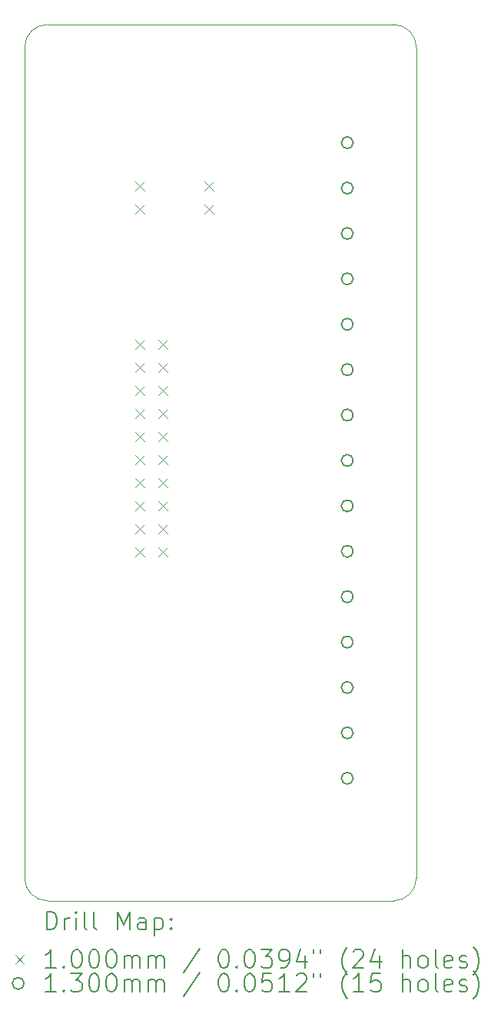
<source format=gbr>
%TF.GenerationSoftware,KiCad,Pcbnew,7.0.2*%
%TF.CreationDate,2023-04-24T21:00:11-04:00*%
%TF.ProjectId,JTAG_Terminal_Block,4a544147-5f54-4657-926d-696e616c5f42,rev?*%
%TF.SameCoordinates,Original*%
%TF.FileFunction,Drillmap*%
%TF.FilePolarity,Positive*%
%FSLAX45Y45*%
G04 Gerber Fmt 4.5, Leading zero omitted, Abs format (unit mm)*
G04 Created by KiCad (PCBNEW 7.0.2) date 2023-04-24 21:00:11*
%MOMM*%
%LPD*%
G01*
G04 APERTURE LIST*
%ADD10C,0.100000*%
%ADD11C,0.200000*%
%ADD12C,0.130000*%
G04 APERTURE END LIST*
D10*
X17526000Y-12700000D02*
G75*
G03*
X17780000Y-12446000I0J254000D01*
G01*
X13462000Y-12446000D02*
G75*
G03*
X13716000Y-12700000I254000J0D01*
G01*
X17780000Y-3302000D02*
G75*
G03*
X17526000Y-3048000I-254000J0D01*
G01*
X13716000Y-3048000D02*
G75*
G03*
X13462000Y-3302000I0J-254000D01*
G01*
X17780000Y-12446000D02*
X17780000Y-3302000D01*
X13716000Y-12700000D02*
X17526000Y-12700000D01*
X13462000Y-3302000D02*
X13462000Y-12446000D01*
X17526000Y-3048000D02*
X13716000Y-3048000D01*
D11*
D10*
X14682000Y-4776000D02*
X14782000Y-4876000D01*
X14782000Y-4776000D02*
X14682000Y-4876000D01*
X14682000Y-5030000D02*
X14782000Y-5130000D01*
X14782000Y-5030000D02*
X14682000Y-5130000D01*
X14682000Y-6522000D02*
X14782000Y-6622000D01*
X14782000Y-6522000D02*
X14682000Y-6622000D01*
X14682000Y-6776000D02*
X14782000Y-6876000D01*
X14782000Y-6776000D02*
X14682000Y-6876000D01*
X14682000Y-7030000D02*
X14782000Y-7130000D01*
X14782000Y-7030000D02*
X14682000Y-7130000D01*
X14682000Y-7284000D02*
X14782000Y-7384000D01*
X14782000Y-7284000D02*
X14682000Y-7384000D01*
X14682000Y-7538000D02*
X14782000Y-7638000D01*
X14782000Y-7538000D02*
X14682000Y-7638000D01*
X14682000Y-7792000D02*
X14782000Y-7892000D01*
X14782000Y-7792000D02*
X14682000Y-7892000D01*
X14682000Y-8046000D02*
X14782000Y-8146000D01*
X14782000Y-8046000D02*
X14682000Y-8146000D01*
X14682000Y-8300000D02*
X14782000Y-8400000D01*
X14782000Y-8300000D02*
X14682000Y-8400000D01*
X14682000Y-8554000D02*
X14782000Y-8654000D01*
X14782000Y-8554000D02*
X14682000Y-8654000D01*
X14682000Y-8808000D02*
X14782000Y-8908000D01*
X14782000Y-8808000D02*
X14682000Y-8908000D01*
X14936000Y-6522000D02*
X15036000Y-6622000D01*
X15036000Y-6522000D02*
X14936000Y-6622000D01*
X14936000Y-6776000D02*
X15036000Y-6876000D01*
X15036000Y-6776000D02*
X14936000Y-6876000D01*
X14936000Y-7030000D02*
X15036000Y-7130000D01*
X15036000Y-7030000D02*
X14936000Y-7130000D01*
X14936000Y-7284000D02*
X15036000Y-7384000D01*
X15036000Y-7284000D02*
X14936000Y-7384000D01*
X14936000Y-7538000D02*
X15036000Y-7638000D01*
X15036000Y-7538000D02*
X14936000Y-7638000D01*
X14936000Y-7792000D02*
X15036000Y-7892000D01*
X15036000Y-7792000D02*
X14936000Y-7892000D01*
X14936000Y-8046000D02*
X15036000Y-8146000D01*
X15036000Y-8046000D02*
X14936000Y-8146000D01*
X14936000Y-8300000D02*
X15036000Y-8400000D01*
X15036000Y-8300000D02*
X14936000Y-8400000D01*
X14936000Y-8554000D02*
X15036000Y-8654000D01*
X15036000Y-8554000D02*
X14936000Y-8654000D01*
X14936000Y-8808000D02*
X15036000Y-8908000D01*
X15036000Y-8808000D02*
X14936000Y-8908000D01*
X15444000Y-4776000D02*
X15544000Y-4876000D01*
X15544000Y-4776000D02*
X15444000Y-4876000D01*
X15444000Y-5030000D02*
X15544000Y-5130000D01*
X15544000Y-5030000D02*
X15444000Y-5130000D01*
D12*
X17083000Y-4350000D02*
G75*
G03*
X17083000Y-4350000I-65000J0D01*
G01*
X17083000Y-4850000D02*
G75*
G03*
X17083000Y-4850000I-65000J0D01*
G01*
X17083000Y-5350000D02*
G75*
G03*
X17083000Y-5350000I-65000J0D01*
G01*
X17083000Y-5850000D02*
G75*
G03*
X17083000Y-5850000I-65000J0D01*
G01*
X17083000Y-6350000D02*
G75*
G03*
X17083000Y-6350000I-65000J0D01*
G01*
X17083000Y-6850000D02*
G75*
G03*
X17083000Y-6850000I-65000J0D01*
G01*
X17083000Y-7350000D02*
G75*
G03*
X17083000Y-7350000I-65000J0D01*
G01*
X17083000Y-7850000D02*
G75*
G03*
X17083000Y-7850000I-65000J0D01*
G01*
X17083000Y-8350000D02*
G75*
G03*
X17083000Y-8350000I-65000J0D01*
G01*
X17083000Y-8850000D02*
G75*
G03*
X17083000Y-8850000I-65000J0D01*
G01*
X17083000Y-9350000D02*
G75*
G03*
X17083000Y-9350000I-65000J0D01*
G01*
X17083000Y-9850000D02*
G75*
G03*
X17083000Y-9850000I-65000J0D01*
G01*
X17083000Y-10350000D02*
G75*
G03*
X17083000Y-10350000I-65000J0D01*
G01*
X17083000Y-10850000D02*
G75*
G03*
X17083000Y-10850000I-65000J0D01*
G01*
X17083000Y-11350000D02*
G75*
G03*
X17083000Y-11350000I-65000J0D01*
G01*
D11*
X13704619Y-13017524D02*
X13704619Y-12817524D01*
X13704619Y-12817524D02*
X13752238Y-12817524D01*
X13752238Y-12817524D02*
X13780809Y-12827048D01*
X13780809Y-12827048D02*
X13799857Y-12846095D01*
X13799857Y-12846095D02*
X13809381Y-12865143D01*
X13809381Y-12865143D02*
X13818905Y-12903238D01*
X13818905Y-12903238D02*
X13818905Y-12931809D01*
X13818905Y-12931809D02*
X13809381Y-12969905D01*
X13809381Y-12969905D02*
X13799857Y-12988952D01*
X13799857Y-12988952D02*
X13780809Y-13008000D01*
X13780809Y-13008000D02*
X13752238Y-13017524D01*
X13752238Y-13017524D02*
X13704619Y-13017524D01*
X13904619Y-13017524D02*
X13904619Y-12884190D01*
X13904619Y-12922286D02*
X13914143Y-12903238D01*
X13914143Y-12903238D02*
X13923667Y-12893714D01*
X13923667Y-12893714D02*
X13942714Y-12884190D01*
X13942714Y-12884190D02*
X13961762Y-12884190D01*
X14028428Y-13017524D02*
X14028428Y-12884190D01*
X14028428Y-12817524D02*
X14018905Y-12827048D01*
X14018905Y-12827048D02*
X14028428Y-12836571D01*
X14028428Y-12836571D02*
X14037952Y-12827048D01*
X14037952Y-12827048D02*
X14028428Y-12817524D01*
X14028428Y-12817524D02*
X14028428Y-12836571D01*
X14152238Y-13017524D02*
X14133190Y-13008000D01*
X14133190Y-13008000D02*
X14123667Y-12988952D01*
X14123667Y-12988952D02*
X14123667Y-12817524D01*
X14257000Y-13017524D02*
X14237952Y-13008000D01*
X14237952Y-13008000D02*
X14228428Y-12988952D01*
X14228428Y-12988952D02*
X14228428Y-12817524D01*
X14485571Y-13017524D02*
X14485571Y-12817524D01*
X14485571Y-12817524D02*
X14552238Y-12960381D01*
X14552238Y-12960381D02*
X14618905Y-12817524D01*
X14618905Y-12817524D02*
X14618905Y-13017524D01*
X14799857Y-13017524D02*
X14799857Y-12912762D01*
X14799857Y-12912762D02*
X14790333Y-12893714D01*
X14790333Y-12893714D02*
X14771286Y-12884190D01*
X14771286Y-12884190D02*
X14733190Y-12884190D01*
X14733190Y-12884190D02*
X14714143Y-12893714D01*
X14799857Y-13008000D02*
X14780809Y-13017524D01*
X14780809Y-13017524D02*
X14733190Y-13017524D01*
X14733190Y-13017524D02*
X14714143Y-13008000D01*
X14714143Y-13008000D02*
X14704619Y-12988952D01*
X14704619Y-12988952D02*
X14704619Y-12969905D01*
X14704619Y-12969905D02*
X14714143Y-12950857D01*
X14714143Y-12950857D02*
X14733190Y-12941333D01*
X14733190Y-12941333D02*
X14780809Y-12941333D01*
X14780809Y-12941333D02*
X14799857Y-12931809D01*
X14895095Y-12884190D02*
X14895095Y-13084190D01*
X14895095Y-12893714D02*
X14914143Y-12884190D01*
X14914143Y-12884190D02*
X14952238Y-12884190D01*
X14952238Y-12884190D02*
X14971286Y-12893714D01*
X14971286Y-12893714D02*
X14980809Y-12903238D01*
X14980809Y-12903238D02*
X14990333Y-12922286D01*
X14990333Y-12922286D02*
X14990333Y-12979428D01*
X14990333Y-12979428D02*
X14980809Y-12998476D01*
X14980809Y-12998476D02*
X14971286Y-13008000D01*
X14971286Y-13008000D02*
X14952238Y-13017524D01*
X14952238Y-13017524D02*
X14914143Y-13017524D01*
X14914143Y-13017524D02*
X14895095Y-13008000D01*
X15076048Y-12998476D02*
X15085571Y-13008000D01*
X15085571Y-13008000D02*
X15076048Y-13017524D01*
X15076048Y-13017524D02*
X15066524Y-13008000D01*
X15066524Y-13008000D02*
X15076048Y-12998476D01*
X15076048Y-12998476D02*
X15076048Y-13017524D01*
X15076048Y-12893714D02*
X15085571Y-12903238D01*
X15085571Y-12903238D02*
X15076048Y-12912762D01*
X15076048Y-12912762D02*
X15066524Y-12903238D01*
X15066524Y-12903238D02*
X15076048Y-12893714D01*
X15076048Y-12893714D02*
X15076048Y-12912762D01*
D10*
X13357000Y-13295000D02*
X13457000Y-13395000D01*
X13457000Y-13295000D02*
X13357000Y-13395000D01*
D11*
X13809381Y-13437524D02*
X13695095Y-13437524D01*
X13752238Y-13437524D02*
X13752238Y-13237524D01*
X13752238Y-13237524D02*
X13733190Y-13266095D01*
X13733190Y-13266095D02*
X13714143Y-13285143D01*
X13714143Y-13285143D02*
X13695095Y-13294667D01*
X13895095Y-13418476D02*
X13904619Y-13428000D01*
X13904619Y-13428000D02*
X13895095Y-13437524D01*
X13895095Y-13437524D02*
X13885571Y-13428000D01*
X13885571Y-13428000D02*
X13895095Y-13418476D01*
X13895095Y-13418476D02*
X13895095Y-13437524D01*
X14028428Y-13237524D02*
X14047476Y-13237524D01*
X14047476Y-13237524D02*
X14066524Y-13247048D01*
X14066524Y-13247048D02*
X14076048Y-13256571D01*
X14076048Y-13256571D02*
X14085571Y-13275619D01*
X14085571Y-13275619D02*
X14095095Y-13313714D01*
X14095095Y-13313714D02*
X14095095Y-13361333D01*
X14095095Y-13361333D02*
X14085571Y-13399428D01*
X14085571Y-13399428D02*
X14076048Y-13418476D01*
X14076048Y-13418476D02*
X14066524Y-13428000D01*
X14066524Y-13428000D02*
X14047476Y-13437524D01*
X14047476Y-13437524D02*
X14028428Y-13437524D01*
X14028428Y-13437524D02*
X14009381Y-13428000D01*
X14009381Y-13428000D02*
X13999857Y-13418476D01*
X13999857Y-13418476D02*
X13990333Y-13399428D01*
X13990333Y-13399428D02*
X13980809Y-13361333D01*
X13980809Y-13361333D02*
X13980809Y-13313714D01*
X13980809Y-13313714D02*
X13990333Y-13275619D01*
X13990333Y-13275619D02*
X13999857Y-13256571D01*
X13999857Y-13256571D02*
X14009381Y-13247048D01*
X14009381Y-13247048D02*
X14028428Y-13237524D01*
X14218905Y-13237524D02*
X14237952Y-13237524D01*
X14237952Y-13237524D02*
X14257000Y-13247048D01*
X14257000Y-13247048D02*
X14266524Y-13256571D01*
X14266524Y-13256571D02*
X14276048Y-13275619D01*
X14276048Y-13275619D02*
X14285571Y-13313714D01*
X14285571Y-13313714D02*
X14285571Y-13361333D01*
X14285571Y-13361333D02*
X14276048Y-13399428D01*
X14276048Y-13399428D02*
X14266524Y-13418476D01*
X14266524Y-13418476D02*
X14257000Y-13428000D01*
X14257000Y-13428000D02*
X14237952Y-13437524D01*
X14237952Y-13437524D02*
X14218905Y-13437524D01*
X14218905Y-13437524D02*
X14199857Y-13428000D01*
X14199857Y-13428000D02*
X14190333Y-13418476D01*
X14190333Y-13418476D02*
X14180809Y-13399428D01*
X14180809Y-13399428D02*
X14171286Y-13361333D01*
X14171286Y-13361333D02*
X14171286Y-13313714D01*
X14171286Y-13313714D02*
X14180809Y-13275619D01*
X14180809Y-13275619D02*
X14190333Y-13256571D01*
X14190333Y-13256571D02*
X14199857Y-13247048D01*
X14199857Y-13247048D02*
X14218905Y-13237524D01*
X14409381Y-13237524D02*
X14428429Y-13237524D01*
X14428429Y-13237524D02*
X14447476Y-13247048D01*
X14447476Y-13247048D02*
X14457000Y-13256571D01*
X14457000Y-13256571D02*
X14466524Y-13275619D01*
X14466524Y-13275619D02*
X14476048Y-13313714D01*
X14476048Y-13313714D02*
X14476048Y-13361333D01*
X14476048Y-13361333D02*
X14466524Y-13399428D01*
X14466524Y-13399428D02*
X14457000Y-13418476D01*
X14457000Y-13418476D02*
X14447476Y-13428000D01*
X14447476Y-13428000D02*
X14428429Y-13437524D01*
X14428429Y-13437524D02*
X14409381Y-13437524D01*
X14409381Y-13437524D02*
X14390333Y-13428000D01*
X14390333Y-13428000D02*
X14380809Y-13418476D01*
X14380809Y-13418476D02*
X14371286Y-13399428D01*
X14371286Y-13399428D02*
X14361762Y-13361333D01*
X14361762Y-13361333D02*
X14361762Y-13313714D01*
X14361762Y-13313714D02*
X14371286Y-13275619D01*
X14371286Y-13275619D02*
X14380809Y-13256571D01*
X14380809Y-13256571D02*
X14390333Y-13247048D01*
X14390333Y-13247048D02*
X14409381Y-13237524D01*
X14561762Y-13437524D02*
X14561762Y-13304190D01*
X14561762Y-13323238D02*
X14571286Y-13313714D01*
X14571286Y-13313714D02*
X14590333Y-13304190D01*
X14590333Y-13304190D02*
X14618905Y-13304190D01*
X14618905Y-13304190D02*
X14637952Y-13313714D01*
X14637952Y-13313714D02*
X14647476Y-13332762D01*
X14647476Y-13332762D02*
X14647476Y-13437524D01*
X14647476Y-13332762D02*
X14657000Y-13313714D01*
X14657000Y-13313714D02*
X14676048Y-13304190D01*
X14676048Y-13304190D02*
X14704619Y-13304190D01*
X14704619Y-13304190D02*
X14723667Y-13313714D01*
X14723667Y-13313714D02*
X14733190Y-13332762D01*
X14733190Y-13332762D02*
X14733190Y-13437524D01*
X14828429Y-13437524D02*
X14828429Y-13304190D01*
X14828429Y-13323238D02*
X14837952Y-13313714D01*
X14837952Y-13313714D02*
X14857000Y-13304190D01*
X14857000Y-13304190D02*
X14885571Y-13304190D01*
X14885571Y-13304190D02*
X14904619Y-13313714D01*
X14904619Y-13313714D02*
X14914143Y-13332762D01*
X14914143Y-13332762D02*
X14914143Y-13437524D01*
X14914143Y-13332762D02*
X14923667Y-13313714D01*
X14923667Y-13313714D02*
X14942714Y-13304190D01*
X14942714Y-13304190D02*
X14971286Y-13304190D01*
X14971286Y-13304190D02*
X14990333Y-13313714D01*
X14990333Y-13313714D02*
X14999857Y-13332762D01*
X14999857Y-13332762D02*
X14999857Y-13437524D01*
X15390333Y-13228000D02*
X15218905Y-13485143D01*
X15647476Y-13237524D02*
X15666524Y-13237524D01*
X15666524Y-13237524D02*
X15685572Y-13247048D01*
X15685572Y-13247048D02*
X15695095Y-13256571D01*
X15695095Y-13256571D02*
X15704619Y-13275619D01*
X15704619Y-13275619D02*
X15714143Y-13313714D01*
X15714143Y-13313714D02*
X15714143Y-13361333D01*
X15714143Y-13361333D02*
X15704619Y-13399428D01*
X15704619Y-13399428D02*
X15695095Y-13418476D01*
X15695095Y-13418476D02*
X15685572Y-13428000D01*
X15685572Y-13428000D02*
X15666524Y-13437524D01*
X15666524Y-13437524D02*
X15647476Y-13437524D01*
X15647476Y-13437524D02*
X15628429Y-13428000D01*
X15628429Y-13428000D02*
X15618905Y-13418476D01*
X15618905Y-13418476D02*
X15609381Y-13399428D01*
X15609381Y-13399428D02*
X15599857Y-13361333D01*
X15599857Y-13361333D02*
X15599857Y-13313714D01*
X15599857Y-13313714D02*
X15609381Y-13275619D01*
X15609381Y-13275619D02*
X15618905Y-13256571D01*
X15618905Y-13256571D02*
X15628429Y-13247048D01*
X15628429Y-13247048D02*
X15647476Y-13237524D01*
X15799857Y-13418476D02*
X15809381Y-13428000D01*
X15809381Y-13428000D02*
X15799857Y-13437524D01*
X15799857Y-13437524D02*
X15790333Y-13428000D01*
X15790333Y-13428000D02*
X15799857Y-13418476D01*
X15799857Y-13418476D02*
X15799857Y-13437524D01*
X15933191Y-13237524D02*
X15952238Y-13237524D01*
X15952238Y-13237524D02*
X15971286Y-13247048D01*
X15971286Y-13247048D02*
X15980810Y-13256571D01*
X15980810Y-13256571D02*
X15990333Y-13275619D01*
X15990333Y-13275619D02*
X15999857Y-13313714D01*
X15999857Y-13313714D02*
X15999857Y-13361333D01*
X15999857Y-13361333D02*
X15990333Y-13399428D01*
X15990333Y-13399428D02*
X15980810Y-13418476D01*
X15980810Y-13418476D02*
X15971286Y-13428000D01*
X15971286Y-13428000D02*
X15952238Y-13437524D01*
X15952238Y-13437524D02*
X15933191Y-13437524D01*
X15933191Y-13437524D02*
X15914143Y-13428000D01*
X15914143Y-13428000D02*
X15904619Y-13418476D01*
X15904619Y-13418476D02*
X15895095Y-13399428D01*
X15895095Y-13399428D02*
X15885572Y-13361333D01*
X15885572Y-13361333D02*
X15885572Y-13313714D01*
X15885572Y-13313714D02*
X15895095Y-13275619D01*
X15895095Y-13275619D02*
X15904619Y-13256571D01*
X15904619Y-13256571D02*
X15914143Y-13247048D01*
X15914143Y-13247048D02*
X15933191Y-13237524D01*
X16066524Y-13237524D02*
X16190333Y-13237524D01*
X16190333Y-13237524D02*
X16123667Y-13313714D01*
X16123667Y-13313714D02*
X16152238Y-13313714D01*
X16152238Y-13313714D02*
X16171286Y-13323238D01*
X16171286Y-13323238D02*
X16180810Y-13332762D01*
X16180810Y-13332762D02*
X16190333Y-13351809D01*
X16190333Y-13351809D02*
X16190333Y-13399428D01*
X16190333Y-13399428D02*
X16180810Y-13418476D01*
X16180810Y-13418476D02*
X16171286Y-13428000D01*
X16171286Y-13428000D02*
X16152238Y-13437524D01*
X16152238Y-13437524D02*
X16095095Y-13437524D01*
X16095095Y-13437524D02*
X16076048Y-13428000D01*
X16076048Y-13428000D02*
X16066524Y-13418476D01*
X16285572Y-13437524D02*
X16323667Y-13437524D01*
X16323667Y-13437524D02*
X16342714Y-13428000D01*
X16342714Y-13428000D02*
X16352238Y-13418476D01*
X16352238Y-13418476D02*
X16371286Y-13389905D01*
X16371286Y-13389905D02*
X16380810Y-13351809D01*
X16380810Y-13351809D02*
X16380810Y-13275619D01*
X16380810Y-13275619D02*
X16371286Y-13256571D01*
X16371286Y-13256571D02*
X16361762Y-13247048D01*
X16361762Y-13247048D02*
X16342714Y-13237524D01*
X16342714Y-13237524D02*
X16304619Y-13237524D01*
X16304619Y-13237524D02*
X16285572Y-13247048D01*
X16285572Y-13247048D02*
X16276048Y-13256571D01*
X16276048Y-13256571D02*
X16266524Y-13275619D01*
X16266524Y-13275619D02*
X16266524Y-13323238D01*
X16266524Y-13323238D02*
X16276048Y-13342286D01*
X16276048Y-13342286D02*
X16285572Y-13351809D01*
X16285572Y-13351809D02*
X16304619Y-13361333D01*
X16304619Y-13361333D02*
X16342714Y-13361333D01*
X16342714Y-13361333D02*
X16361762Y-13351809D01*
X16361762Y-13351809D02*
X16371286Y-13342286D01*
X16371286Y-13342286D02*
X16380810Y-13323238D01*
X16552238Y-13304190D02*
X16552238Y-13437524D01*
X16504619Y-13228000D02*
X16457000Y-13370857D01*
X16457000Y-13370857D02*
X16580810Y-13370857D01*
X16647476Y-13237524D02*
X16647476Y-13275619D01*
X16723667Y-13237524D02*
X16723667Y-13275619D01*
X17018905Y-13513714D02*
X17009381Y-13504190D01*
X17009381Y-13504190D02*
X16990334Y-13475619D01*
X16990334Y-13475619D02*
X16980810Y-13456571D01*
X16980810Y-13456571D02*
X16971286Y-13428000D01*
X16971286Y-13428000D02*
X16961762Y-13380381D01*
X16961762Y-13380381D02*
X16961762Y-13342286D01*
X16961762Y-13342286D02*
X16971286Y-13294667D01*
X16971286Y-13294667D02*
X16980810Y-13266095D01*
X16980810Y-13266095D02*
X16990334Y-13247048D01*
X16990334Y-13247048D02*
X17009381Y-13218476D01*
X17009381Y-13218476D02*
X17018905Y-13208952D01*
X17085572Y-13256571D02*
X17095096Y-13247048D01*
X17095096Y-13247048D02*
X17114143Y-13237524D01*
X17114143Y-13237524D02*
X17161762Y-13237524D01*
X17161762Y-13237524D02*
X17180810Y-13247048D01*
X17180810Y-13247048D02*
X17190334Y-13256571D01*
X17190334Y-13256571D02*
X17199857Y-13275619D01*
X17199857Y-13275619D02*
X17199857Y-13294667D01*
X17199857Y-13294667D02*
X17190334Y-13323238D01*
X17190334Y-13323238D02*
X17076048Y-13437524D01*
X17076048Y-13437524D02*
X17199857Y-13437524D01*
X17371286Y-13304190D02*
X17371286Y-13437524D01*
X17323667Y-13228000D02*
X17276048Y-13370857D01*
X17276048Y-13370857D02*
X17399857Y-13370857D01*
X17628429Y-13437524D02*
X17628429Y-13237524D01*
X17714143Y-13437524D02*
X17714143Y-13332762D01*
X17714143Y-13332762D02*
X17704619Y-13313714D01*
X17704619Y-13313714D02*
X17685572Y-13304190D01*
X17685572Y-13304190D02*
X17657000Y-13304190D01*
X17657000Y-13304190D02*
X17637953Y-13313714D01*
X17637953Y-13313714D02*
X17628429Y-13323238D01*
X17837953Y-13437524D02*
X17818905Y-13428000D01*
X17818905Y-13428000D02*
X17809381Y-13418476D01*
X17809381Y-13418476D02*
X17799858Y-13399428D01*
X17799858Y-13399428D02*
X17799858Y-13342286D01*
X17799858Y-13342286D02*
X17809381Y-13323238D01*
X17809381Y-13323238D02*
X17818905Y-13313714D01*
X17818905Y-13313714D02*
X17837953Y-13304190D01*
X17837953Y-13304190D02*
X17866524Y-13304190D01*
X17866524Y-13304190D02*
X17885572Y-13313714D01*
X17885572Y-13313714D02*
X17895096Y-13323238D01*
X17895096Y-13323238D02*
X17904619Y-13342286D01*
X17904619Y-13342286D02*
X17904619Y-13399428D01*
X17904619Y-13399428D02*
X17895096Y-13418476D01*
X17895096Y-13418476D02*
X17885572Y-13428000D01*
X17885572Y-13428000D02*
X17866524Y-13437524D01*
X17866524Y-13437524D02*
X17837953Y-13437524D01*
X18018905Y-13437524D02*
X17999858Y-13428000D01*
X17999858Y-13428000D02*
X17990334Y-13408952D01*
X17990334Y-13408952D02*
X17990334Y-13237524D01*
X18171286Y-13428000D02*
X18152239Y-13437524D01*
X18152239Y-13437524D02*
X18114143Y-13437524D01*
X18114143Y-13437524D02*
X18095096Y-13428000D01*
X18095096Y-13428000D02*
X18085572Y-13408952D01*
X18085572Y-13408952D02*
X18085572Y-13332762D01*
X18085572Y-13332762D02*
X18095096Y-13313714D01*
X18095096Y-13313714D02*
X18114143Y-13304190D01*
X18114143Y-13304190D02*
X18152239Y-13304190D01*
X18152239Y-13304190D02*
X18171286Y-13313714D01*
X18171286Y-13313714D02*
X18180810Y-13332762D01*
X18180810Y-13332762D02*
X18180810Y-13351809D01*
X18180810Y-13351809D02*
X18085572Y-13370857D01*
X18257000Y-13428000D02*
X18276048Y-13437524D01*
X18276048Y-13437524D02*
X18314143Y-13437524D01*
X18314143Y-13437524D02*
X18333191Y-13428000D01*
X18333191Y-13428000D02*
X18342715Y-13408952D01*
X18342715Y-13408952D02*
X18342715Y-13399428D01*
X18342715Y-13399428D02*
X18333191Y-13380381D01*
X18333191Y-13380381D02*
X18314143Y-13370857D01*
X18314143Y-13370857D02*
X18285572Y-13370857D01*
X18285572Y-13370857D02*
X18266524Y-13361333D01*
X18266524Y-13361333D02*
X18257000Y-13342286D01*
X18257000Y-13342286D02*
X18257000Y-13332762D01*
X18257000Y-13332762D02*
X18266524Y-13313714D01*
X18266524Y-13313714D02*
X18285572Y-13304190D01*
X18285572Y-13304190D02*
X18314143Y-13304190D01*
X18314143Y-13304190D02*
X18333191Y-13313714D01*
X18409381Y-13513714D02*
X18418905Y-13504190D01*
X18418905Y-13504190D02*
X18437953Y-13475619D01*
X18437953Y-13475619D02*
X18447477Y-13456571D01*
X18447477Y-13456571D02*
X18457000Y-13428000D01*
X18457000Y-13428000D02*
X18466524Y-13380381D01*
X18466524Y-13380381D02*
X18466524Y-13342286D01*
X18466524Y-13342286D02*
X18457000Y-13294667D01*
X18457000Y-13294667D02*
X18447477Y-13266095D01*
X18447477Y-13266095D02*
X18437953Y-13247048D01*
X18437953Y-13247048D02*
X18418905Y-13218476D01*
X18418905Y-13218476D02*
X18409381Y-13208952D01*
D12*
X13457000Y-13609000D02*
G75*
G03*
X13457000Y-13609000I-65000J0D01*
G01*
D11*
X13809381Y-13701524D02*
X13695095Y-13701524D01*
X13752238Y-13701524D02*
X13752238Y-13501524D01*
X13752238Y-13501524D02*
X13733190Y-13530095D01*
X13733190Y-13530095D02*
X13714143Y-13549143D01*
X13714143Y-13549143D02*
X13695095Y-13558667D01*
X13895095Y-13682476D02*
X13904619Y-13692000D01*
X13904619Y-13692000D02*
X13895095Y-13701524D01*
X13895095Y-13701524D02*
X13885571Y-13692000D01*
X13885571Y-13692000D02*
X13895095Y-13682476D01*
X13895095Y-13682476D02*
X13895095Y-13701524D01*
X13971286Y-13501524D02*
X14095095Y-13501524D01*
X14095095Y-13501524D02*
X14028428Y-13577714D01*
X14028428Y-13577714D02*
X14057000Y-13577714D01*
X14057000Y-13577714D02*
X14076048Y-13587238D01*
X14076048Y-13587238D02*
X14085571Y-13596762D01*
X14085571Y-13596762D02*
X14095095Y-13615809D01*
X14095095Y-13615809D02*
X14095095Y-13663428D01*
X14095095Y-13663428D02*
X14085571Y-13682476D01*
X14085571Y-13682476D02*
X14076048Y-13692000D01*
X14076048Y-13692000D02*
X14057000Y-13701524D01*
X14057000Y-13701524D02*
X13999857Y-13701524D01*
X13999857Y-13701524D02*
X13980809Y-13692000D01*
X13980809Y-13692000D02*
X13971286Y-13682476D01*
X14218905Y-13501524D02*
X14237952Y-13501524D01*
X14237952Y-13501524D02*
X14257000Y-13511048D01*
X14257000Y-13511048D02*
X14266524Y-13520571D01*
X14266524Y-13520571D02*
X14276048Y-13539619D01*
X14276048Y-13539619D02*
X14285571Y-13577714D01*
X14285571Y-13577714D02*
X14285571Y-13625333D01*
X14285571Y-13625333D02*
X14276048Y-13663428D01*
X14276048Y-13663428D02*
X14266524Y-13682476D01*
X14266524Y-13682476D02*
X14257000Y-13692000D01*
X14257000Y-13692000D02*
X14237952Y-13701524D01*
X14237952Y-13701524D02*
X14218905Y-13701524D01*
X14218905Y-13701524D02*
X14199857Y-13692000D01*
X14199857Y-13692000D02*
X14190333Y-13682476D01*
X14190333Y-13682476D02*
X14180809Y-13663428D01*
X14180809Y-13663428D02*
X14171286Y-13625333D01*
X14171286Y-13625333D02*
X14171286Y-13577714D01*
X14171286Y-13577714D02*
X14180809Y-13539619D01*
X14180809Y-13539619D02*
X14190333Y-13520571D01*
X14190333Y-13520571D02*
X14199857Y-13511048D01*
X14199857Y-13511048D02*
X14218905Y-13501524D01*
X14409381Y-13501524D02*
X14428429Y-13501524D01*
X14428429Y-13501524D02*
X14447476Y-13511048D01*
X14447476Y-13511048D02*
X14457000Y-13520571D01*
X14457000Y-13520571D02*
X14466524Y-13539619D01*
X14466524Y-13539619D02*
X14476048Y-13577714D01*
X14476048Y-13577714D02*
X14476048Y-13625333D01*
X14476048Y-13625333D02*
X14466524Y-13663428D01*
X14466524Y-13663428D02*
X14457000Y-13682476D01*
X14457000Y-13682476D02*
X14447476Y-13692000D01*
X14447476Y-13692000D02*
X14428429Y-13701524D01*
X14428429Y-13701524D02*
X14409381Y-13701524D01*
X14409381Y-13701524D02*
X14390333Y-13692000D01*
X14390333Y-13692000D02*
X14380809Y-13682476D01*
X14380809Y-13682476D02*
X14371286Y-13663428D01*
X14371286Y-13663428D02*
X14361762Y-13625333D01*
X14361762Y-13625333D02*
X14361762Y-13577714D01*
X14361762Y-13577714D02*
X14371286Y-13539619D01*
X14371286Y-13539619D02*
X14380809Y-13520571D01*
X14380809Y-13520571D02*
X14390333Y-13511048D01*
X14390333Y-13511048D02*
X14409381Y-13501524D01*
X14561762Y-13701524D02*
X14561762Y-13568190D01*
X14561762Y-13587238D02*
X14571286Y-13577714D01*
X14571286Y-13577714D02*
X14590333Y-13568190D01*
X14590333Y-13568190D02*
X14618905Y-13568190D01*
X14618905Y-13568190D02*
X14637952Y-13577714D01*
X14637952Y-13577714D02*
X14647476Y-13596762D01*
X14647476Y-13596762D02*
X14647476Y-13701524D01*
X14647476Y-13596762D02*
X14657000Y-13577714D01*
X14657000Y-13577714D02*
X14676048Y-13568190D01*
X14676048Y-13568190D02*
X14704619Y-13568190D01*
X14704619Y-13568190D02*
X14723667Y-13577714D01*
X14723667Y-13577714D02*
X14733190Y-13596762D01*
X14733190Y-13596762D02*
X14733190Y-13701524D01*
X14828429Y-13701524D02*
X14828429Y-13568190D01*
X14828429Y-13587238D02*
X14837952Y-13577714D01*
X14837952Y-13577714D02*
X14857000Y-13568190D01*
X14857000Y-13568190D02*
X14885571Y-13568190D01*
X14885571Y-13568190D02*
X14904619Y-13577714D01*
X14904619Y-13577714D02*
X14914143Y-13596762D01*
X14914143Y-13596762D02*
X14914143Y-13701524D01*
X14914143Y-13596762D02*
X14923667Y-13577714D01*
X14923667Y-13577714D02*
X14942714Y-13568190D01*
X14942714Y-13568190D02*
X14971286Y-13568190D01*
X14971286Y-13568190D02*
X14990333Y-13577714D01*
X14990333Y-13577714D02*
X14999857Y-13596762D01*
X14999857Y-13596762D02*
X14999857Y-13701524D01*
X15390333Y-13492000D02*
X15218905Y-13749143D01*
X15647476Y-13501524D02*
X15666524Y-13501524D01*
X15666524Y-13501524D02*
X15685572Y-13511048D01*
X15685572Y-13511048D02*
X15695095Y-13520571D01*
X15695095Y-13520571D02*
X15704619Y-13539619D01*
X15704619Y-13539619D02*
X15714143Y-13577714D01*
X15714143Y-13577714D02*
X15714143Y-13625333D01*
X15714143Y-13625333D02*
X15704619Y-13663428D01*
X15704619Y-13663428D02*
X15695095Y-13682476D01*
X15695095Y-13682476D02*
X15685572Y-13692000D01*
X15685572Y-13692000D02*
X15666524Y-13701524D01*
X15666524Y-13701524D02*
X15647476Y-13701524D01*
X15647476Y-13701524D02*
X15628429Y-13692000D01*
X15628429Y-13692000D02*
X15618905Y-13682476D01*
X15618905Y-13682476D02*
X15609381Y-13663428D01*
X15609381Y-13663428D02*
X15599857Y-13625333D01*
X15599857Y-13625333D02*
X15599857Y-13577714D01*
X15599857Y-13577714D02*
X15609381Y-13539619D01*
X15609381Y-13539619D02*
X15618905Y-13520571D01*
X15618905Y-13520571D02*
X15628429Y-13511048D01*
X15628429Y-13511048D02*
X15647476Y-13501524D01*
X15799857Y-13682476D02*
X15809381Y-13692000D01*
X15809381Y-13692000D02*
X15799857Y-13701524D01*
X15799857Y-13701524D02*
X15790333Y-13692000D01*
X15790333Y-13692000D02*
X15799857Y-13682476D01*
X15799857Y-13682476D02*
X15799857Y-13701524D01*
X15933191Y-13501524D02*
X15952238Y-13501524D01*
X15952238Y-13501524D02*
X15971286Y-13511048D01*
X15971286Y-13511048D02*
X15980810Y-13520571D01*
X15980810Y-13520571D02*
X15990333Y-13539619D01*
X15990333Y-13539619D02*
X15999857Y-13577714D01*
X15999857Y-13577714D02*
X15999857Y-13625333D01*
X15999857Y-13625333D02*
X15990333Y-13663428D01*
X15990333Y-13663428D02*
X15980810Y-13682476D01*
X15980810Y-13682476D02*
X15971286Y-13692000D01*
X15971286Y-13692000D02*
X15952238Y-13701524D01*
X15952238Y-13701524D02*
X15933191Y-13701524D01*
X15933191Y-13701524D02*
X15914143Y-13692000D01*
X15914143Y-13692000D02*
X15904619Y-13682476D01*
X15904619Y-13682476D02*
X15895095Y-13663428D01*
X15895095Y-13663428D02*
X15885572Y-13625333D01*
X15885572Y-13625333D02*
X15885572Y-13577714D01*
X15885572Y-13577714D02*
X15895095Y-13539619D01*
X15895095Y-13539619D02*
X15904619Y-13520571D01*
X15904619Y-13520571D02*
X15914143Y-13511048D01*
X15914143Y-13511048D02*
X15933191Y-13501524D01*
X16180810Y-13501524D02*
X16085572Y-13501524D01*
X16085572Y-13501524D02*
X16076048Y-13596762D01*
X16076048Y-13596762D02*
X16085572Y-13587238D01*
X16085572Y-13587238D02*
X16104619Y-13577714D01*
X16104619Y-13577714D02*
X16152238Y-13577714D01*
X16152238Y-13577714D02*
X16171286Y-13587238D01*
X16171286Y-13587238D02*
X16180810Y-13596762D01*
X16180810Y-13596762D02*
X16190333Y-13615809D01*
X16190333Y-13615809D02*
X16190333Y-13663428D01*
X16190333Y-13663428D02*
X16180810Y-13682476D01*
X16180810Y-13682476D02*
X16171286Y-13692000D01*
X16171286Y-13692000D02*
X16152238Y-13701524D01*
X16152238Y-13701524D02*
X16104619Y-13701524D01*
X16104619Y-13701524D02*
X16085572Y-13692000D01*
X16085572Y-13692000D02*
X16076048Y-13682476D01*
X16380810Y-13701524D02*
X16266524Y-13701524D01*
X16323667Y-13701524D02*
X16323667Y-13501524D01*
X16323667Y-13501524D02*
X16304619Y-13530095D01*
X16304619Y-13530095D02*
X16285572Y-13549143D01*
X16285572Y-13549143D02*
X16266524Y-13558667D01*
X16457000Y-13520571D02*
X16466524Y-13511048D01*
X16466524Y-13511048D02*
X16485572Y-13501524D01*
X16485572Y-13501524D02*
X16533191Y-13501524D01*
X16533191Y-13501524D02*
X16552238Y-13511048D01*
X16552238Y-13511048D02*
X16561762Y-13520571D01*
X16561762Y-13520571D02*
X16571286Y-13539619D01*
X16571286Y-13539619D02*
X16571286Y-13558667D01*
X16571286Y-13558667D02*
X16561762Y-13587238D01*
X16561762Y-13587238D02*
X16447476Y-13701524D01*
X16447476Y-13701524D02*
X16571286Y-13701524D01*
X16647476Y-13501524D02*
X16647476Y-13539619D01*
X16723667Y-13501524D02*
X16723667Y-13539619D01*
X17018905Y-13777714D02*
X17009381Y-13768190D01*
X17009381Y-13768190D02*
X16990334Y-13739619D01*
X16990334Y-13739619D02*
X16980810Y-13720571D01*
X16980810Y-13720571D02*
X16971286Y-13692000D01*
X16971286Y-13692000D02*
X16961762Y-13644381D01*
X16961762Y-13644381D02*
X16961762Y-13606286D01*
X16961762Y-13606286D02*
X16971286Y-13558667D01*
X16971286Y-13558667D02*
X16980810Y-13530095D01*
X16980810Y-13530095D02*
X16990334Y-13511048D01*
X16990334Y-13511048D02*
X17009381Y-13482476D01*
X17009381Y-13482476D02*
X17018905Y-13472952D01*
X17199857Y-13701524D02*
X17085572Y-13701524D01*
X17142715Y-13701524D02*
X17142715Y-13501524D01*
X17142715Y-13501524D02*
X17123667Y-13530095D01*
X17123667Y-13530095D02*
X17104619Y-13549143D01*
X17104619Y-13549143D02*
X17085572Y-13558667D01*
X17380810Y-13501524D02*
X17285572Y-13501524D01*
X17285572Y-13501524D02*
X17276048Y-13596762D01*
X17276048Y-13596762D02*
X17285572Y-13587238D01*
X17285572Y-13587238D02*
X17304619Y-13577714D01*
X17304619Y-13577714D02*
X17352238Y-13577714D01*
X17352238Y-13577714D02*
X17371286Y-13587238D01*
X17371286Y-13587238D02*
X17380810Y-13596762D01*
X17380810Y-13596762D02*
X17390334Y-13615809D01*
X17390334Y-13615809D02*
X17390334Y-13663428D01*
X17390334Y-13663428D02*
X17380810Y-13682476D01*
X17380810Y-13682476D02*
X17371286Y-13692000D01*
X17371286Y-13692000D02*
X17352238Y-13701524D01*
X17352238Y-13701524D02*
X17304619Y-13701524D01*
X17304619Y-13701524D02*
X17285572Y-13692000D01*
X17285572Y-13692000D02*
X17276048Y-13682476D01*
X17628429Y-13701524D02*
X17628429Y-13501524D01*
X17714143Y-13701524D02*
X17714143Y-13596762D01*
X17714143Y-13596762D02*
X17704619Y-13577714D01*
X17704619Y-13577714D02*
X17685572Y-13568190D01*
X17685572Y-13568190D02*
X17657000Y-13568190D01*
X17657000Y-13568190D02*
X17637953Y-13577714D01*
X17637953Y-13577714D02*
X17628429Y-13587238D01*
X17837953Y-13701524D02*
X17818905Y-13692000D01*
X17818905Y-13692000D02*
X17809381Y-13682476D01*
X17809381Y-13682476D02*
X17799858Y-13663428D01*
X17799858Y-13663428D02*
X17799858Y-13606286D01*
X17799858Y-13606286D02*
X17809381Y-13587238D01*
X17809381Y-13587238D02*
X17818905Y-13577714D01*
X17818905Y-13577714D02*
X17837953Y-13568190D01*
X17837953Y-13568190D02*
X17866524Y-13568190D01*
X17866524Y-13568190D02*
X17885572Y-13577714D01*
X17885572Y-13577714D02*
X17895096Y-13587238D01*
X17895096Y-13587238D02*
X17904619Y-13606286D01*
X17904619Y-13606286D02*
X17904619Y-13663428D01*
X17904619Y-13663428D02*
X17895096Y-13682476D01*
X17895096Y-13682476D02*
X17885572Y-13692000D01*
X17885572Y-13692000D02*
X17866524Y-13701524D01*
X17866524Y-13701524D02*
X17837953Y-13701524D01*
X18018905Y-13701524D02*
X17999858Y-13692000D01*
X17999858Y-13692000D02*
X17990334Y-13672952D01*
X17990334Y-13672952D02*
X17990334Y-13501524D01*
X18171286Y-13692000D02*
X18152239Y-13701524D01*
X18152239Y-13701524D02*
X18114143Y-13701524D01*
X18114143Y-13701524D02*
X18095096Y-13692000D01*
X18095096Y-13692000D02*
X18085572Y-13672952D01*
X18085572Y-13672952D02*
X18085572Y-13596762D01*
X18085572Y-13596762D02*
X18095096Y-13577714D01*
X18095096Y-13577714D02*
X18114143Y-13568190D01*
X18114143Y-13568190D02*
X18152239Y-13568190D01*
X18152239Y-13568190D02*
X18171286Y-13577714D01*
X18171286Y-13577714D02*
X18180810Y-13596762D01*
X18180810Y-13596762D02*
X18180810Y-13615809D01*
X18180810Y-13615809D02*
X18085572Y-13634857D01*
X18257000Y-13692000D02*
X18276048Y-13701524D01*
X18276048Y-13701524D02*
X18314143Y-13701524D01*
X18314143Y-13701524D02*
X18333191Y-13692000D01*
X18333191Y-13692000D02*
X18342715Y-13672952D01*
X18342715Y-13672952D02*
X18342715Y-13663428D01*
X18342715Y-13663428D02*
X18333191Y-13644381D01*
X18333191Y-13644381D02*
X18314143Y-13634857D01*
X18314143Y-13634857D02*
X18285572Y-13634857D01*
X18285572Y-13634857D02*
X18266524Y-13625333D01*
X18266524Y-13625333D02*
X18257000Y-13606286D01*
X18257000Y-13606286D02*
X18257000Y-13596762D01*
X18257000Y-13596762D02*
X18266524Y-13577714D01*
X18266524Y-13577714D02*
X18285572Y-13568190D01*
X18285572Y-13568190D02*
X18314143Y-13568190D01*
X18314143Y-13568190D02*
X18333191Y-13577714D01*
X18409381Y-13777714D02*
X18418905Y-13768190D01*
X18418905Y-13768190D02*
X18437953Y-13739619D01*
X18437953Y-13739619D02*
X18447477Y-13720571D01*
X18447477Y-13720571D02*
X18457000Y-13692000D01*
X18457000Y-13692000D02*
X18466524Y-13644381D01*
X18466524Y-13644381D02*
X18466524Y-13606286D01*
X18466524Y-13606286D02*
X18457000Y-13558667D01*
X18457000Y-13558667D02*
X18447477Y-13530095D01*
X18447477Y-13530095D02*
X18437953Y-13511048D01*
X18437953Y-13511048D02*
X18418905Y-13482476D01*
X18418905Y-13482476D02*
X18409381Y-13472952D01*
M02*

</source>
